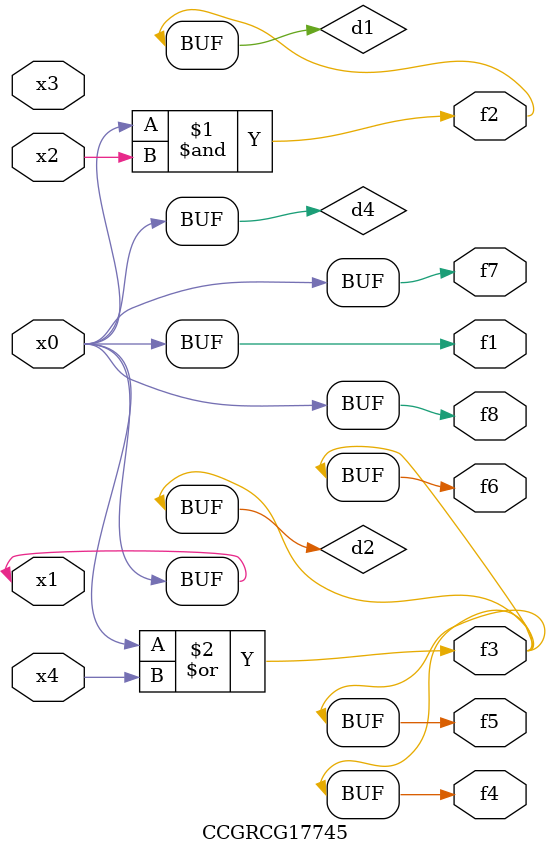
<source format=v>
module CCGRCG17745(
	input x0, x1, x2, x3, x4,
	output f1, f2, f3, f4, f5, f6, f7, f8
);

	wire d1, d2, d3, d4;

	and (d1, x0, x2);
	or (d2, x0, x4);
	nand (d3, x0, x2);
	buf (d4, x0, x1);
	assign f1 = d4;
	assign f2 = d1;
	assign f3 = d2;
	assign f4 = d2;
	assign f5 = d2;
	assign f6 = d2;
	assign f7 = d4;
	assign f8 = d4;
endmodule

</source>
